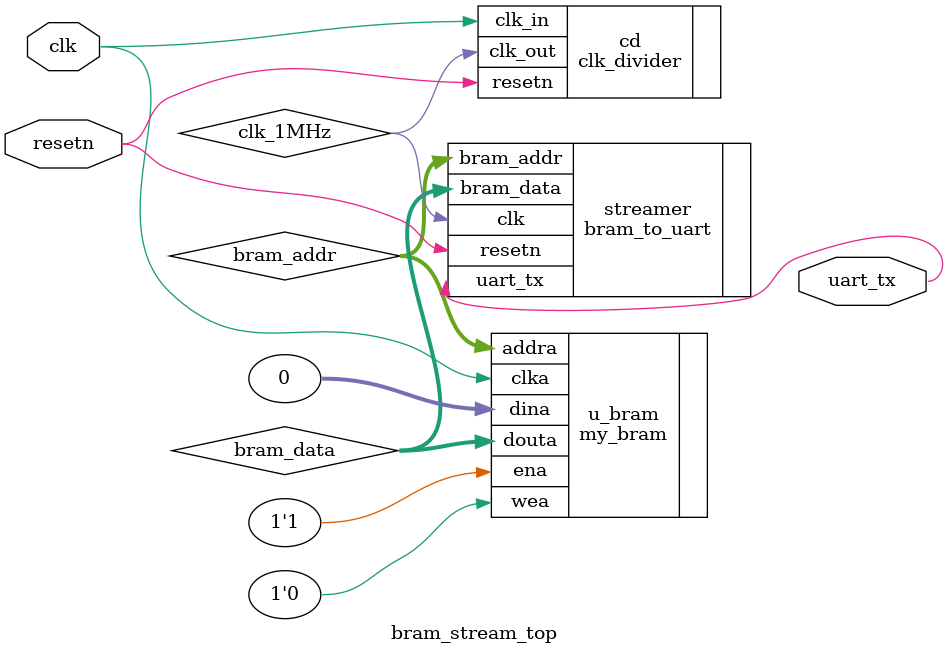
<source format=v>
module bram_stream_top #
(
  parameter ADDR_WIDTH = 10,
  parameter DATA_WIDTH = 32,
  parameter CLK_FREQ   = 100_000_000,  // still needed for uart_tx
  parameter BAUD_RATE  = 9600
)
(
  input  wire                   clk,       // 100 MHz
  input  wire                   resetn,
  output wire                   uart_tx
);

  // 1) Generate a 1 MHz clock for the FSM
  wire clk_1MHz;
  clk_divider #(
    .CLK_IN (CLK_FREQ),
    .CLK_OUT(1_000_000)
  ) cd (
    .clk_in (clk),
    .resetn (resetn),
    .clk_out(clk_1MHz)
  );

  // 2) Your BRAM instance (unchanged)
  wire [ADDR_WIDTH-1:0] bram_addr;
  wire [DATA_WIDTH-1:0] bram_data;

  my_bram u_bram (
    .clka   (clk),
    .ena    (1'b1),
    .wea    (1'b0),
    .addra  (bram_addr),
    .dina   ({DATA_WIDTH{1'b0}}),
    .douta  (bram_data)
  );

  // 3) FSM + UART streamer, clocked by clk_1MHz
  bram_to_uart #(
    .ADDR_WIDTH(ADDR_WIDTH),
    .DATA_WIDTH(DATA_WIDTH),
    .CLK_FREQ   (CLK_FREQ),   // still 100 MHz for UART inside
    .BAUD_RATE  (BAUD_RATE)
  ) streamer (
    .clk       (clk_1MHz),    // <--- slower FSM clock
    .resetn    (resetn),
    .bram_addr (bram_addr),
    .bram_data (bram_data),
    .uart_tx   (uart_tx)
  );

endmodule

</source>
